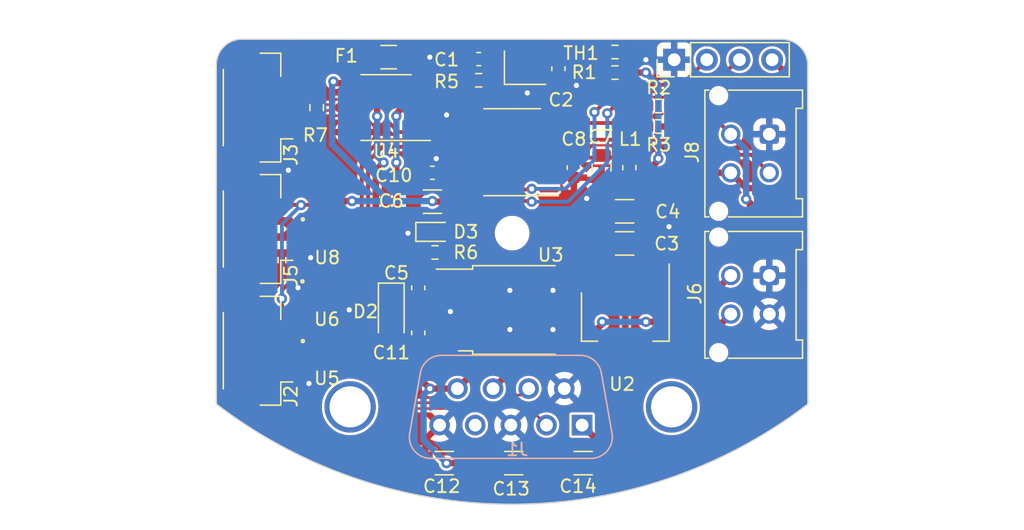
<source format=kicad_pcb>
(kicad_pcb (version 20221018) (generator pcbnew)
  (layers (0 "F.Cu" signal) (31 "B.Cu" power) (34 "B.Paste" user) (35 "F.Paste" user) (36 "B.SilkS" user "B.Silkscreen") (37 "F.SilkS" user "F.Silkscreen") (38 "B.Mask" user) (39 "F.Mask" user) (44 "Edge.Cuts" user))
  (net 0 "")
  (net 1 "GND")
  (net 2 "Net-(C1-Pad2)")
  (net 3 "OSC_OUT")
  (net 4 "+5V")
  (net 5 "+3V3")
  (net 6 "+BATT")
  (net 7 "VDDA")
  (net 8 "Net-(D2-A)")
  (net 9 "Net-(D3-A)")
  (net 10 "CAN+")
  (net 11 "DEPLOYMENT_SIGNAL")
  (net 12 "CAN-")
  (net 13 "+VDC")
  (net 14 "Net-(J2-Pin_3)")
  (net 15 "Net-(J3-Pin_4)")
  (net 16 "SWDIO")
  (net 17 "SWCLK")
  (net 18 "Net-(J5-Pin_3)")
  (net 20 "SERVO_FEEDBACK")
  (net 21 "OSC_IN")
  (net 25 "TEMPERATURE_SENSOR")
  (net 27 "PRESSURE_SENSOR_1")
  (net 28 "PRESSURE_SENSOR_2")
  (net 30 "CAN_RX")
  (net 31 "CAN_TX")
  (net 33 "Net-(U5-OUT)")
  (net 42 "Net-(J2-Pin_2)")
  (net 43 "Net-(J5-Pin_2)")
  (net 45 "DEPLOYMENT_PIN")
  (footprint "Connector_PinHeader_2.54mm:PinHeader_1x04_P2.54mm_Vertical" (layer "F.Cu") (at 92.6 83.2 90)
    (fp_text reference "J4" hide)
    (fp_text value "SWD Header")
  )
  (footprint "Resistor_SMD:R_0603_1608Metric" (layer "F.Cu") (at 88 82.6)
    (fp_text reference "TH1")
    (fp_text value "Thermistor_NTC")
  )
  (footprint "Capacitor_SMD:C_1206_3216Metric" (layer "F.Cu") (at 80.125 114.6)
    (fp_text reference "C13")
    (fp_text value "22u")
  )
  (footprint "Capacitor_SMD:C_0603_1608Metric" (layer "F.Cu") (at 84.8 91.6 90)
    (fp_text reference "C8")
    (fp_text value "100n")
  )
  (footprint "Capacitor_SMD:C_0603_1608Metric" (layer "F.Cu") (at 73.8 92)
    (fp_text reference "C10")
    (fp_text value "100n")
  )
  (footprint "Resistor_SMD:R_0603_1608Metric" (layer "F.Cu") (at 74 98.2)
    (fp_text reference "R6")
    (fp_text value "220")
  )
  (footprint "Resistor_SMD:R_0603_1608Metric" (layer "F.Cu") (at 91.4 86.8)
    (fp_text reference "R2")
    (fp_text value "1K8")
  )
  (footprint "Diode_SMD:D_SOD-123F" (layer "F.Cu") (at 70.6 102.8 -90)
    (fp_text reference "D2")
    (fp_text value "~")
  )
  (footprint "footprints2:WSON8_DSG_TEX" (layer "F.Cu") (at 65.626089 105.85)
    (fp_text reference "U5")
    (fp_text value "INA350ABSIDSGR")
  )
  (footprint "Capacitor_SMD:C_0603_1608Metric" (layer "F.Cu") (at 72.7 100.96 90)
    (fp_text reference "C5")
    (fp_text value "330n")
  )
  (footprint "LED_SMD:LED_0603_1608Metric" (layer "F.Cu") (at 74 96.6)
    (fp_text reference "D3")
    (fp_text value "red")
  )
  (footprint "Resistor_SMD:R_0603_1608Metric" (layer "F.Cu") (at 64.8 86.925 90)
    (fp_text reference "R7")
    (fp_text value "120, DNP")
  )
  (footprint "Oscillator:Oscillator_SMD_SeikoEpson_SG210-4Pin_2.5x2.0mm" (layer "F.Cu") (at 81 83.82)
    (fp_text reference "Y1" hide)
    (fp_text value "8M, ?p")
  )
  (footprint "Resistor_SMD:R_0603_1608Metric" (layer "F.Cu") (at 88 84.2)
    (fp_text reference "R1")
    (fp_text value "10K")
  )
  (footprint "Capacitor_SMD:C_0603_1608Metric" (layer "F.Cu") (at 83.6 83.9 90)
    (fp_text reference "C2")
    (fp_text value "22p")
  )
  (footprint "footprints2:WSON8_DSG_TEX" (layer "F.Cu") (at 65.6 101.2)
    (fp_text reference "U6")
    (fp_text value "INA350ABSIDSGR")
  )
  (footprint "MountingHole:MountingHole_2.2mm_M2" (layer "F.Cu") (at 80 96.7)
    (fp_text reference "H1" hide)
    (fp_text value "MountingHole_Pad")
  )
  (footprint "Connector_Molex:Molex_Micro-Fit_3.0_43045-0412_2x02_P3.00mm_Vertical" (layer "F.Cu") (at 100 100 -90)
    (fp_text reference "J6")
    (fp_text value "Micro-Fit")
  )
  (footprint "footprints2:WSON8_DSG_TEX" (layer "F.Cu") (at 65.626089 96.375)
    (fp_text reference "U8")
    (fp_text value "INA350ABSIDSGR")
  )
  (footprint "Fuse:Fuse_1206_3216Metric" (layer "F.Cu") (at 70.4 83)
    (fp_text reference "F1")
    (fp_text value "DNP")
  )
  (footprint "Capacitor_SMD:C_1206_3216Metric" (layer "F.Cu") (at 88.750189 97.5 180)
    (fp_text reference "C3")
    (fp_text value "10u")
  )
  (footprint "Capacitor_SMD:C_1206_3216Metric" (layer "F.Cu") (at 88.750189 95 180)
    (fp_text reference "C4")
    (fp_text value "22u")
  )
  (footprint "Capacitor_SMD:C_0603_1608Metric" (layer "F.Cu") (at 72.7 104.46 -90)
    (fp_text reference "C11")
    (fp_text value "100n")
  )
  (footprint "Inductor_SMD:L_0603_1608Metric" (layer "F.Cu") (at 89.114189 91.6 90)
    (fp_text reference "L1")
    (fp_text value "BEAD")
  )
  (footprint "Capacitor_SMD:C_0603_1608Metric" (layer "F.Cu") (at 77.4 83.15)
    (fp_text reference "C1")
    (fp_text value "22p")
  )
  (footprint "Package_TO_SOT_SMD:SOT-223-3_TabPin2" (layer "F.Cu") (at 88.8 103.2 -90)
    (fp_text reference "U2")
    (fp_text value "AZ1117I-3.3")
  )
  (footprint "Capacitor_SMD:C_1206_3216Metric" (layer "F.Cu") (at 73.8 94.250189)
    (fp_text reference "C6")
    (fp_text value "4u7")
  )
  (footprint "Connector_Molex:Molex_Micro-Fit_3.0_43045-0412_2x02_P3.00mm_Vertical" (layer "F.Cu") (at 100 89 -90)
    (fp_text reference "J8")
    (fp_text value "Micro-Fit")
  )
  (footprint "Connector_JST:JST_GH_BM04B-GHS-TBT_1x04-1MP_P1.25mm_Vertical" (layer "F.Cu") (at 60.15 105.85 90)
    (fp_text reference "J2")
    (fp_text value "JST-GH")
  )
  (footprint "Package_SO:TSSOP-20_4.4x6.5mm_P0.65mm" (layer "F.Cu") (at 80 90.4 180)
    (fp_text reference "U1" hide)
    (fp_text value "STM32F042F6P6TR")
  )
  (footprint "Package_SO:SOIC-8_3.9x4.9mm_P1.27mm" (layer "F.Cu") (at 70.2 86.925 180)
    (fp_text reference "U4")
    (fp_text value "MCP2562-E-SN")
  )
  (footprint "Resistor_SMD:R_0603_1608Metric" (layer "F.Cu") (at 77.4 84.8 180)
    (fp_text reference "R5")
    (fp_text value "330")
  )
  (footprint "Connector_JST:JST_GH_BM04B-GHS-TBT_1x04-1MP_P1.25mm_Vertical" (layer "F.Cu") (at 60.15 96.375 90)
    (fp_text reference "J5")
    (fp_text value "JST-GH")
  )
  (footprint "Capacitor_SMD:C_0805_2012Metric" (layer "F.Cu") (at 86.957094 91.6 90)
    (fp_text reference "C7")
    (fp_text value "1u")
  )
  (footprint "Package_TO_SOT_SMD:TO-252-2" (layer "F.Cu") (at 80.24 102.68)
    (fp_text reference "U3")
    (fp_text value "L7805")
  )
  (footprint "Capacitor_SMD:C_1206_3216Metric" (layer "F.Cu") (at 74.725 114.6)
    (fp_text reference "C12")
    (fp_text value "22u")
  )
  (footprint "Connector_JST:JST_GH_BM04B-GHS-TBT_1x04-1MP_P1.25mm_Vertical" (layer "F.Cu") (at 60.15 86.925 90)
    (fp_text reference "J3")
    (fp_text value "JST-GH")
  )
  (footprint "Resistor_SMD:R_0603_1608Metric" (layer "F.Cu") (at 91.4 88.4 180)
    (fp_text reference "R3")
    (fp_text value "1K")
  )
  (footprint "Capacitor_SMD:C_1206_3216Metric" (layer "F.Cu") (at 85.525 114.6 180)
    (fp_text reference "C14")
    (fp_text value "22u")
  )
  (footprint "Connector_Dsub:DSUB-9_Female_Vertical_P2.77x2.84mm_MountingHoles" (layer "B.Cu") (at 85.44 111.64)
    (fp_text reference "J1")
    (fp_text value "DE9_Plug")
  )
  (gr_arc (start 57 83.6) (mid 57.585786 82.185786) (end 59 81.6) (stroke (width 0.1)) (layer "Edge.Cuts"))
  (gr_line (start 59 81.6) (end 100.985786 81.614214) (stroke (width 0.1)) (layer "Edge.Cuts"))
  (gr_line (start 103 110) (end 102.985786 83.614214) (stroke (width 0.1)) (layer "Edge.Cuts"))
  (gr_line (start 57 110) (end 57 83.6) (stroke (width 0.1)) (layer "Edge.Cuts"))
  (gr_arc (start 103 110) (mid 80 117.802116) (end 57 110) (stroke (width 0.1)) (layer "Edge.Cuts"))
  (gr_arc (start 100.985786 81.614214) (mid 102.4 82.2) (end 102.985786 83.614214) (stroke (width 0.1)) (layer "Edge.Cuts"))
  (segment (start 65.0009 97.936609) (end 65.0009 97.5009) (width 0.25) (layer "F.Cu") (net 1))
  (segment (start 66.251278 106.9759) (end 65.0009 106.9759) (width 0.25) (layer "F.Cu") (net 1))
  (segment (start 67.259954 102.6) (end 67.329977 102.670023) (width 0.25) (layer "F.Cu") (net 1))
  (segment (start 92.6 83.2) (end 90.4 83.2) (width 0.5) (layer "F.Cu") (net 1))
  (segment (start 74.545 90.48) (end 74.125 90.9) (width 0.3) (layer "F.Cu") (net 1))
  (segment (start 77.1375 90.075) (end 75.632106 90.075) (width 0.3) (layer "F.Cu") (net 1))
  (segment (start 74.125 90.9) (end 74.1 90.9) (width 0.3) (layer "F.Cu") (net 1))
  (segment (start 75.227106 90.48) (end 74.545 90.48) (width 0.3) (layer "F.Cu") (net 1))
  (segment (start 81.85 85.118552) (end 81.182272 85.78628) (width 0.3) (layer "F.Cu") (net 1))
  (segment (start 65.248911 102.6) (end 65.951089 102.6) (width 0.25) (layer "F.Cu") (net 1))
  (segment (start 90.225189 95.2) (end 90.425189 95.2) (width 0.3) (layer "F.Cu") (net 1))
  (segment (start 64.330507 98.607002) (end 65.0009 97.936609) (width 0.25) (layer "F.Cu") (net 1))
  (segment (start 65.0009 106.9759) (end 65.0009 107.5991) (width 0.25) (layer "F.Cu") (net 1))
  (segment (start 65.0009 106.9759) (end 64.625189 106.600189) (width 0.25) (layer "F.Cu") (net 1))
  (segment (start 64.5991 100.949937) (end 63.349937 100.949937) (width 0.25) (layer "F.Cu") (net 1))
  (segment (start 66.251278 97.5009) (end 65.0009 97.5009) (width 0.25) (layer "F.Cu") (net 1))
  (segment (start 74.1 90.9) (end 74.1 90.925) (width 0.3) (layer "F.Cu") (net 1))
  (segment (start 65.951089 102.6) (end 67.259954 102.6) (width 0.25) (layer "F.Cu") (net 1))
  (segment (start 71.9 96.7) (end 73.1125 96.7) (width 0.5) (layer "F.Cu") (net 1))
  (segment (start 75.632106 90.075) (end 75.227106 90.48) (width 0.3) (layer "F.Cu") (net 1))
  (segment (start 88.825 82.6) (end 89.8 82.6) (width 0.5) (layer "F.Cu") (net 1))
  (segment (start 64.5991 101.950189) (end 65.248911 102.6) (width 0.25) (layer "F.Cu") (net 1))
  (segment (start 73.025 93.550189) (end 72.325 94.250189) (width 0.5) (layer "F.Cu") (net 1))
  (segment (start 65.0009 107.5991) (end 64.2 108.4) (width 0.25) (layer "F.Cu") (net 1))
  (segment (start 66.626989 106.600189) (end 66.251278 106.9759) (width 0.25) (layer "F.Cu") (net 1))
  (segment (start 66.626989 97.125189) (end 66.251278 97.5009) (width 0.25) (layer "F.Cu") (net 1))
  (segment (start 63.349937 100.949937) (end 63.348018 100.948018) (width 0.25) (layer "F.Cu") (net 1))
  (segment (start 65.0009 97.5009) (end 64.625189 97.125189) (width 0.25) (layer "F.Cu") (net 1))
  (segment (start 74.1 90.925) (end 73.025 92) (width 0.3) (layer "F.Cu") (net 1))
  (segment (start 74.84 87.56) (end 72.675 87.56) (width 0.3) (layer "F.Cu") (net 1))
  (segment (start 90.225189 97.7) (end 90.350189 97.7) (width 0.3) (layer "F.Cu") (net 1))
  (segment (start 73.025 92) (end 73.025 93.550189) (width 0.5) (layer "F.Cu") (net 1))
  (segment (start 73.1125 96.7) (end 73.2125 96.6) (width 0.5) (layer "F.Cu") (net 1))
  (segment (start 81.85 84.47) (end 81.85 85.118552) (width 0.3) (layer "F.Cu") (net 1))
  (segment (start 65.951089 102.6) (end 66.6009 101.950189) (width 0.25) (layer "F.Cu") (net 1))
  (segment (start 74.9 87.5) (end 74.84 87.56) (width 0.3) (layer "F.Cu") (net 1))
  (segment (start 89.8 82.6) (end 90.4 83.2) (width 0.5) (layer "F.Cu") (net 1))
  (via (at 67.329977 102.670023) (size 0.8) (drill 0.4) (layers "F.Cu" "B.Cu") (net 1))
  (via (at 74.9 87.5) (size 0.8) (drill 0.4) (layers "F.Cu" "B.Cu") (net 1))
  (via (at 92.2 96.2) (size 0.8) (drill 0.4) (layers "F.Cu" "B.Cu") (net 1))
  (via (at 73.6 83) (size 0.8) (drill 0.4) (layers "F.Cu" "B.Cu") (net 1))
  (via (at 79.825 104.205) (size 0.8) (drill 0.4) (layers "F.Cu" "B.Cu") (net 1))
  (via (at 75.2 102.8) (size 0.8) (drill 0.4) (layers "F.Cu" "B.Cu") (net 1))
  (via (at 62.6 91.8) (size 0.8) (drill 0.4) (layers "F.Cu" "B.Cu") (net 1))
  (via (at 83.175 101.155) (size 0.8) (drill 0.4) (layers "F.Cu" "B.Cu") (net 1))
  (via (at 63.348018 100.948018) (size 0.8) (drill 0.4) (layers "F.Cu" "B.Cu") (net 1))
  (via (at 74.1 90.9) (size 0.8) (drill 0.4) (layers "F.Cu" "B.Cu") (net 1))
  (via (at 81.182272 85.78628) (size 0.8) (drill 0.4) (layers "F.Cu" "B.Cu") (net 1))
  (via (at 90.4 83.2) (size 0.8) (drill 0.4) (layers "F.Cu" "B.Cu") (net 1))
  (via (at 85 85.2) (size 0.8) (drill 0.4) (layers "F.Cu" "B.Cu") (net 1))
  (via (at 71.9 96.7) (size 0.8) (drill 0.4) (layers "F.Cu" "B.Cu") (net 1))
  (via (at 83.175 104.205) (size 0.8) (drill 0.4) (layers "F.Cu" "B.Cu") (net 1))
  (via (at 85.8 94) (size 0.8) (drill 0.4) (layers "F.Cu" "B.Cu") (net 1))
  (via (at 79.825 101.155) (size 0.8) (drill 0.4) (layers "F.Cu" "B.Cu") (net 1))
  (via (at 64.330507 98.607002) (size 0.8) (drill 0.4) (layers "F.Cu" "B.Cu") (net 1))
  (via (at 64.2 108.4) (size 0.8) (drill 0.4) (layers "F.Cu" "B.Cu") (net 1))
  (segment (start 79.495 84.47) (end 78.175 83.15) (width 0.3) (layer "F.Cu") (net 2))
  (segment (start 78.175 83.15) (end 76.575 84.75) (width 0.3) (layer "F.Cu") (net 2))
  (segment (start 76.575 84.75) (end 76.575 84.8) (width 0.3) (layer "F.Cu") (net 2))
  (segment (start 80.15 84.47) (end 79.495 84.47) (width 0.3) (layer "F.Cu") (net 2))
  (segment (start 81.775 86.245) (end 82.75 85.27) (width 0.3) (layer "F.Cu") (net 3))
  (segment (start 81.85 83.17) (end 82.8 83.17) (width 0.3) (layer "F.Cu") (net 3))
  (segment (start 82.75 85.27) (end 82.75 83.22) (width 0.3) (layer "F.Cu") (net 3))
  (segment (start 82.138604 92.025) (end 81.775 91.661396) (width 0.3) (layer "F.Cu") (net 3))
  (segment (start 82.8 83.17) (end 83.555 83.17) (width 0.3) (layer "F.Cu") (net 3))
  (segment (start 81.775 91.661396) (end 81.775 86.245) (width 0.3) (layer "F.Cu") (net 3))
  (segment (start 82.75 83.22) (end 82.8 83.17) (width 0.3) (layer "F.Cu") (net 3))
  (segment (start 83.555 83.17) (end 83.6 83.125) (width 0.3) (layer "F.Cu") (net 3))
  (segment (start 82.8625 92.025) (end 82.138604 92.025) (width 0.3) (layer "F.Cu") (net 3))
  (segment (start 71.915 99.285) (end 75.8 99.285) (width 0.5) (layer "F.Cu") (net 4))
  (segment (start 70.6 101.4) (end 70.6 100.6) (width 0.5) (layer "F.Cu") (net 4))
  (segment (start 86.5 98.275189) (end 87.275189 97.5) (width 0.5) (layer "F.Cu") (net 4))
  (segment (start 71 87.4) (end 72.11 86.29) (width 0.5) (layer "F.Cu") (net 4))
  (segment (start 71 94.890138) (end 71.709862 95.6) (width 0.5) (layer "F.Cu") (net 4))
  (segment (start 86.5 100.05) (end 86.5 98.275189) (width 0.5) (layer "F.Cu") (net 4))
  (segment (start 71 91.2) (end 71 94.890138) (width 0.5) (layer "F.Cu") (net 4))
  (segment (start 75.8 99.285) (end 85.735 99.285) (width 0.5) (layer "F.Cu") (net 4))
  (segment (start 76 99.085) (end 75.8 99.285) (width 0.5) (layer "F.Cu") (net 4))
  (segment (start 76 96.195872) (end 76 99.085) (width 0.5) (layer "F.Cu") (net 4))
  (segment (start 70.6 100.6) (end 71.915 99.285) (width 0.5) (layer "F.Cu") (net 4))
  (segment (start 71.709862 95.6) (end 75.404128 95.6) (width 0.5) (layer "F.Cu") (net 4))
  (segment (start 75.404128 95.6) (end 76 96.195872) (width 0.5) (layer "F.Cu") (net 4))
  (segment (start 71 87.6) (end 71 87.4) (width 0.5) (layer "F.Cu") (net 4))
  (segment (start 72.11 86.29) (end 72.675 86.29) (width 0.5) (layer "F.Cu") (net 4))
  (segment (start 85.735 99.285) (end 86.5 100.05) (width 0.5) (layer "F.Cu") (net 4))
  (via (at 71 87.6) (size 0.8) (drill 0.4) (layers "F.Cu" "B.Cu") (net 4))
  (via (at 71 91.2) (size 0.8) (drill 0.4) (layers "F.Cu" "B.Cu") (net 4))
  (segment (start 71 87.6) (end 71 91.2) (width 0.5) (layer "B.Cu") (net 4))
  (segment (start 91.37 91.03) (end 90.4 92) (width 0.5) (layer "F.Cu") (net 5))
  (segment (start 62.1 101.8) (end 62.1 103.975) (width 0.3) (layer "F.Cu") (net 5))
  (segment (start 100.497057 93.2) (end 101.8 91.897057) (width 0.5) (layer "F.Cu") (net 5))
  (segment (start 66.22 85.02) (end 67.725 85.02) (width 0.5) (layer "F.Cu") (net 5))
  (segment (start 66.1 84.9) (end 66.22 85.02) (width 0.5) (layer "F.Cu") (net 5))
  (segment (start 76.124811 95.1) (end 87.175189 95.1) (width 0.5) (layer "F.Cu") (net 5))
  (segment (start 97 92) (end 98.2 93.2) (width 0.5) (layer "F.Cu") (net 5))
  (segment (start 67.159711 99.959711) (end 67.304099 100.104099) (width 0.3) (layer "F.Cu") (net 5))
  (segment (start 89.501689 92) (end 90.4 92) (width 0.5) (layer "F.Cu") (net 5))
  (segment (start 67.304099 100.104099) (end 67.304099 100.939911) (width 0.3) (layer "F.Cu") (net 5))
  (segment (start 88.8 96.524811) (end 87.275189 95) (width 0.5) (layer "F.Cu") (net 5))
  (segment (start 75.275 94.250189) (end 73.850189 94.250189) (width 0.5) (layer "F.Cu") (net 5))
  (segment (start 101.8 91.897057) (end 101.8 84.78) (width 0.5) (layer "F.Cu") (net 5))
  (segment (start 87.175189 95.1) (end 87.275189 95) (width 0.5) (layer "F.Cu") (net 5))
  (segment (start 88.8 96.524811) (end 88.8 92.701689) (width 0.5) (layer "F.Cu") (net 5))
  (segment (start 74.575 93.550189) (end 75.275 94.250189) (width 0.5) (layer "F.Cu") (net 5))
  (segment (start 67.330188 105.589911) (end 67.320162 105.599937) (width 0.3) (layer "F.Cu") (net 5))
  (segment (start 62.1 103.975) (end 66.695477 103.975) (width 0.3) (layer "F.Cu") (net 5))
  (segment (start 74.575 92) (end 74.575 93.550189) (width 0.5) (layer "F.Cu") (net 5))
  (segment (start 67.330188 104.609711) (end 67.330188 105.589911) (width 0.3) (layer "F.Cu") (net 5))
  (segment (start 89.114189 92.3875) (end 89.501689 92) (width 0.5) (layer "F.Cu") (net 5))
  (segment (start 73.850189 94.250189) (end 73.8 94.2) (width 0.5) (layer "F.Cu") (net 5))
  (segment (start 66.7 94.5) (end 66.695477 94.5) (width 0.5) (layer "F.Cu") (net 5))
  (segment (start 62.1 101.8) (end 62.1 101.135375) (width 0.3) (layer "F.Cu") (net 5))
  (segment (start 98.2 93.2) (end 100.497057 93.2) (width 0.5) (layer "F.Cu") (net 5))
  (segment (start 66.695477 103.975) (end 67.330188 104.609711) (width 0.3) (layer "F.Cu") (net 5))
  (segment (start 67.320162 96.124937) (end 66.626989 96.124937) (width 0.3) (layer "F.Cu") (net 5))
  (segment (start 77.1375 90.725) (end 75.85 90.725) (width 0.3) (layer "F.Cu") (net 5))
  (segment (start 101.8 84.78) (end 100.22 83.2) (width 0.5) (layer "F.Cu") (net 5))
  (segment (start 88.8 100.05) (end 88.8 106.35) (width 0.5) (layer "F.Cu") (net 5))
  (segment (start 67.294073 100.949937) (end 66.6009 100.949937) (width 0.3) (layer "F.Cu") (net 5))
  (segment (start 66.695477 94.5) (end 67.6 95.404523) (width 0.3) (layer "F.Cu") (net 5))
  (segment (start 63.275664 99.959711) (end 67.159711 99.959711) (width 0.3) (layer "F.Cu") (net 5))
  (segment (start 62.1 101.135375) (end 63.275664 99.959711) (width 0.3) (layer "F.Cu") (net 5))
  (segment (start 63.561014 94.5) (end 62.1 94.5) (width 0.3) (layer "F.Cu") (net 5))
  (segment (start 67.5505 94.2) (end 67 94.2) (width 0.5) (layer "F.Cu") (net 5))
  (segment (start 75.85 90.725) (end 74.575 92) (width 0.3) (layer "F.Cu") (net 5))
  (segment (start 90.4 92) (end 97 92) (width 0.5) (layer "F.Cu") (net 5))
  (segment (start 88.8 92.701689) (end 89.114189 92.3875) (width 0.5) (layer "F.Cu") (net 5))
  (segment (start 88.8 100.05) (end 88.8 96.524811) (width 0.5) (layer "F.Cu") (net 5))
  (segment (start 67.6 95.845099) (end 67.320162 96.124937) (width 0.3) (layer "F.Cu") (net 5))
  (segment (start 67.320162 105.599937) (end 66.626989 105.599937) (width 0.3) (layer "F.Cu") (net 5))
  (segment (start 90.4 84.2) (end 88.825 84.2) (width 0.5) (layer "F.Cu") (net 5))
  (segment (start 62.1 94.5) (end 66.695477 94.5) (width 0.3) (layer "F.Cu") (net 5))
  (segment (start 67 94.2) (end 66.7 94.5) (width 0.5) (layer "F.Cu") (net 5))
  (segment (start 75.275 94.250189) (end 76.124811 95.1) (width 0.5) (layer "F.Cu") (net 5))
  (segment (start 67.6 95.404523) (end 67.6 95.845099) (width 0.3) (layer "F.Cu") (net 5))
  (segment (start 63.580507 94.519493) (end 63.561014 94.5) (width 0.3) (layer "F.Cu") (net 5))
  (segment (start 91.37 90.89) (end 91.37 91.03) (width 0.5) (layer "F.Cu") (net 5))
  (segment (start 67.304099 100.939911) (end 67.294073 100.949937) (width 0.3) (layer "F.Cu") (net 5))
  (via (at 63.580507 94.519493) (size 0.8) (drill 0.4) (layers "F.Cu" "B.Cu") (net 5))
  (via (at 62.1 101.8) (size 0.8) (drill 0.4) (layers "F.Cu" "B.Cu") (net 5))
  (via (at 73.8 94.2) (size 0.8) (drill 0.4) (layers "F.Cu" "B.Cu") (net 5))
  (via (at 67.5505 94.2) (size 0.8) (drill 0.4) (layers "F.Cu" "B.Cu") (net 5))
  (via (at 90.4 84.2) (size 0.8) (drill 0.4) (layers "F.Cu" "B.Cu") (net 5))
  (via (at 91.37 90.89) (size 0.8) (drill 0.4) (layers "F.Cu" "B.Cu") (net 5))
  (via (at 66.1 84.9) (size 0.8) (drill 0.4) (layers "F.Cu" "B.Cu") (net 5))
  (segment (start 91.37 85.17) (end 90.4 84.2) (width 0.5) (layer "B.Cu") (net 5))
  (segment (start 66 85) (end 66 89.8) (width 0.5) (layer "B.Cu") (net 5))
  (segment (start 62.1 96) (end 63.580507 94.519493) (width 0.3) (layer "B.Cu") (net 5))
  (segment (start 66.1 84.9) (end 66 85) (width 0.5) (layer "B.Cu") (net 5))
  (segment (start 70.4 94.2) (end 67.5505 94.2) (width 0.5) (layer "B.Cu") (net 5))
  (segment (start 91.37 90.89) (end 91.37 85.17) (width 0.5) (layer "B.Cu") (net 5))
  (segment (start 62.1 101.8) (end 62.1 96) (width 0.3) (layer "B.Cu") (net 5))
  (segment (start 73.8 94.2) (end 70.4 94.2) (width 0.5) (layer "B.Cu") (net 5))
  (segment (start 66 89.8) (end 70.4 94.2) (width 0.5) (layer "B.Cu") (net 5))
  (segment (start 75.745 108.8) (end 78.345 106.2) (width 0.5) (layer "F.Cu") (net 6))
  (segment (start 84.569951 106.2) (end 87 103.769951) (width 0.5) (layer "F.Cu") (net 6))
  (segment (start 68.4 101.399644) (end 68.4 103.6) (width 0.5) (layer "F.Cu") (net 6))
  (segment (start 69.5 85.3) (end 71.8 83) (width 0.5) (layer "F.Cu") (net 6))
  (segment (start 76.2 114.6) (end 77.55 115.95) (width 0.5) (layer "F.Cu") (net 6))
  (segment (start 77.2 107.345) (end 77.2 102.4) (width 0.5) (layer "F.Cu") (net 6))
  (segment (start 68.404099 101.395545) (end 68.4 101.399644) (width 0.5) (layer "F.Cu") (net 6))
  (segment (start 77.2 102.4) (end 75.2 100.4) (width 0.5) (layer "F.Cu") (net 6))
  (segment (start 90.4 103.6) (end 93.4 103.6) (width 0.5) (layer "F.Cu") (net 6))
  (segment (start 77.55 115.95) (end 80.25 115.95) (width 0.5) (layer "F.Cu") (net 6))
  (segment (start 80.25 115.95) (end 81.6 114.6) (width 0.5) (layer "F.Cu") (net 6))
  (segment (start 69.4 91.8) (end 69.4 96.307841) (width 0.5) (layer "F.Cu") (net 6))
  (segment (start 87 103.769951) (end 87 103.6) (width 0.5) (layer "F.Cu") (net 6))
  (segment (start 73.6 108.8) (end 75.745 108.8) (width 0.5) (layer "F.Cu") (net 6))
  (segment (start 69.5 87.6) (end 69.5 85.3) (width 0.5) (layer "F.Cu") (net 6))
  (segment (start 72.7 100.185) (end 74.985 100.185) (width 0.5) (layer "F.Cu") (net 6))
  (segment (start 81.6 114.6) (end 84.05 114.6) (width 0.5) (layer "F.Cu") (net 6))
  (segment (start 69.4 96.307841) (end 68.404099 97.303742) (width 0.5) (layer "F.Cu") (net 6))
  (segment (start 78.345 106.2) (end 84.569951 106.2) (width 0.5) (layer "F.Cu") (net 6))
  (segment (start 76.2 114.6) (end 74.9 114.6) (width 0.5) (layer "F.Cu") (net 6))
  (segment (start 75.745 108.8) (end 77.2 107.345) (width 0.5) (layer "F.Cu") (net 6))
  (segment (start 68.404099 97.303742) (end 68.404099 101.395545) (width 0.5) (layer "F.Cu") (net 6))
  (segment (start 70 91.2) (end 69.4 91.8) (width 0.5) (layer "F.Cu") (net 6))
  (segment (start 74.985 100.185) (end 75.2 100.4) (width 0.5) (layer "F.Cu") (net 6))
  (segment (start 68.4 103.6) (end 73.6 108.8) (width 0.5) (layer "F.Cu") (net 6))
  (segment (start 93.4 103.6) (end 97 100) (width 0.5) (layer "F.Cu") (net 6))
  (via (at 70 91.2) (size 0.8) (drill 0.4) (layers "F.Cu" "B.Cu") (net 6))
  (via (at 69.5 87.6) (size 0.8) (drill 0.4) (layers "F.Cu" "B.Cu") (net 6))
  (via (at 74.9 114.6) (size 0.8) (drill 0.4) (layers "F.Cu" "B.Cu") (net 6))
  (via (at 73.6 108.8) (size 0.8) (drill 0.4) (layers "F.Cu" "B.Cu") (net 6))
  (via (at 90.4 103.6) (size 0.8) (drill 0.4) (layers "F.Cu" "B.Cu") (net 6))
  (via (at 87 103.6) (size 0.8) (drill 0.4) (layers "F.Cu" "B.Cu") (net 6))
  (segment (start 69.5 87.6) (end 69.5 90.7) (width 0.5) (layer "B.Cu") (net 6))
  (segment (start 73.11 112.81) (end 73.11 109.29) (width 0.5) (layer "B.Cu") (net 6))
  (segment (start 74.9 114.6) (end 73.11 112.81) (width 0.5) (layer "B.Cu") (net 6))
  (segment (start 69.5 90.7) (end 70 91.2) (width 0.5) (layer "B.Cu") (net 6))
  (segment (start 73.11 109.29) (end 73.6 108.8) (width 0.5) (layer "B.Cu") (net 6))
  (segment (start 87 103.6) (end 90.4 103.6) (width 0.5) (layer "B.Cu") (net 6))
  (segment (start 87.119594 90.8125) (end 86.957094 90.65) (width 0.3) (layer "F.Cu") (net 7))
  (segment (start 89.114189 90.8125) (end 87.119594 90.8125) (width 0.3) (layer "F.Cu") (net 7))
  (segment (start 86.782094 90.825) (end 86.957094 90.65) (width 0.3) (layer "F.Cu") (net 7))
  (segment (start 84.7 90.725) (end 84.8 90.825) (width 0.3) (layer "F.Cu") (net 7))
  (segment (start 84.8 90.825) (end 86.782094 90.825) (width 0.3) (layer "F.Cu") (net 7))
  (segment (start 82.8625 90.725) (end 84.7 90.725) (width 0.3) (layer "F.Cu") (net 7))
  (segment (start 75.2 104.96) (end 75.199999 104.96) (width 0.5) (layer "F.Cu") (net 8))
  (segment (start 72.01005 98.2) (end 69.6 100.61005) (width 0.5) (layer "F.Cu") (net 8))
  (segment (start 72.7 105.235) (end 74.925 105.235) (width 0.5) (layer "F.Cu") (net 8))
  (segment (start 69.6 100.61005) (end 69.6 103.2) (width 0.5) (layer "F.Cu") (net 8))
  (segment (start 74.925 105.235) (end 75.2 104.96) (width 0.5) (layer "F.Cu") (net 8))
  (segment (start 73.175 98.2) (end 72.01005 98.2) (width 0.5) (layer "F.Cu") (net 8))
  (segment (start 71.6 105.2) (end 72.665 105.2) (width 0.5) (layer "F.Cu") (net 8))
  (segment (start 75.199999 104.96) (end 75.185994 104.974005) (width 0.5) (layer "F.Cu") (net 8))
  (segment (start 72.665 105.2) (end 72.7 105.235) (width 0.5) (layer "F.Cu") (net 8))
  (segment (start 70.6 104.2) (end 71.6 105.2) (width 0.5) (layer "F.Cu") (net 8))
  (segment (start 69.6 103.2) (end 70.6 104.2) (width 0.5) (layer "F.Cu") (net 8))
  (segment (start 74.7875 98.1625) (end 74.825 98.2) (width 0.5) (layer "F.Cu") (net 9))
  (segment (start 74.7875 96.6) (end 74.7875 98.1625) (width 0.5) (layer "F.Cu") (net 9))
  (segment (start 65.475 87.15) (end 65.852499 87.15) (width 0.2) (layer "F.Cu") (net 10))
  (segment (start 68.352692 112.52) (end 66.447308 112.52) (width 0.2) (layer "F.Cu") (net 10))
  (segment (start 64.875 87.75) (end 65.475 87.15) (width 0.2) (layer "F.Cu") (net 10))
  (segment (start 64.087499 87.75) (end 64.8 87.75) (width 0.2) (layer "F.Cu") (net 10))
  (segment (start 62.1 87.55) (end 62.65 87.55) (width 0.2) (layer "F.Cu") (net 10))
  (segment (start 66.447308 112.52) (end 63.229807 109.302499) (width 0.2) (layer "F.Cu") (net 10))
  (segment (start 61.320699 109.302499) (end 60.925 108.9068) (width 0.2) (layer "F.Cu") (net 10))
  (segment (start 61.486397 87.55) (end 62.1 87.55) (width 0.2) (layer "F.Cu") (net 10))
  (segment (start 63.05 87.15) (end 63.487499 87.15) (width 0.2) (layer "F.Cu") (net 10))
  (segment (start 81.285 108.8) (end 80.782501 109.302499) (width 0.2) (layer "F.Cu") (net 10))
  (segment (start 62.65 87.55) (end 63.05 87.15) (width 0.2) (layer "F.Cu") (net 10))
  (segment (start 78.970635 109.9) (end 70.972692 109.9) (width 0.2) (layer "F.Cu") (net 10))
  (segment (start 60.925 108.9068) (end 60.925 88.111397) (width 0.2) (layer "F.Cu") (net 10))
  (segment (start 80.782501 109.302499) (end 79.568136 109.302499) (width 0.2) (layer "F.Cu") (net 10))
  (segment (start 60.925 88.111397) (end 61.486397 87.55) (width 0.2) (layer "F.Cu") (net 10))
  (segment (start 63.487499 87.15) (end 64.087499 87.75) (width 0.2) (layer "F.Cu") (net 10))
  (segment (start 79.568136 109.302499) (end 78.970635 109.9) (width 0.2) (layer "F.Cu") (net 10))
  (segment (start 64.8 87.75) (end 64.875 87.75) (width 0.2) (layer "F.Cu") (net 10))
  (segment (start 66.262499 87.56) (end 67.725 87.56) (width 0.2) (layer "F.Cu") (net 10))
  (segment (start 63.229807 109.302499) (end 61.320699 109.302499) (width 0.2) (layer "F.Cu") (net 10))
  (segment (start 70.972692 109.9) (end 68.352692 112.52) (width 0.2) (layer "F.Cu") (net 10))
  (segment (start 65.852499 87.15) (end 66.262499 87.56) (width 0.2) (layer "F.Cu") (net 10))
  (segment (start 93.414824 112.67) (end 86.47 112.67) (width 0.5) (layer "F.Cu") (net 11))
  (segment (start 94.8 86.8) (end 97 89) (width 0.3) (layer "F.Cu") (net 11))
  (segment (start 92.225 86.8) (end 94.8 86.8) (width 0.3) (layer "F.Cu") (net 11))
  (segment (start 86.47 112.67) (end 85.44 111.64) (width 0.5) (layer "F.Cu") (net 11))
  (segment (start 98.2 94.0495) (end 98.5 94.3495) (width 0.5) (layer "F.Cu") (net 11))
  (segment (start 98.5 107.584824) (end 93.414824 112.67) (width 0.5) (layer "F.Cu") (net 11))
  (segment (start 98.5 94.3495) (end 98.5 107.584824) (width 0.5) (layer "F.Cu") (net 11))
  (via (at 98.2 94.0495) (size 0.8) (drill 0.4) (layers "F.Cu" "B.Cu") (net 11))
  (segment (start 97 89) (end 98.2 90.2) (width 0.5) (layer "B.Cu") (net 11))
  (segment (start 98.2 90.2) (end 98.2 94.0495) (width 0.5) (layer "B.Cu") (net 11))
  (segment (start 63.05 86.7) (end 63.487499 86.7) (width 0.2) (layer "F.Cu") (net 12))
  (segment (start 82.67 111.64) (end 80.93 109.9) (width 0.2) (layer "F.Cu") (net 12))
  (segment (start 63.043441 109.752501) (end 61.134301 109.752501) (width 0.2) (layer "F.Cu") (net 12))
  (segment (start 64.8 86.1) (end 64.875 86.1) (width 0.2) (layer "F.Cu") (net 12))
  (segment (start 71.15908 110.34998) (end 68.53908 112.96998) (width 0.2) (layer "F.Cu") (net 12))
  (segment (start 60.95 87.213604) (end 61.213604 86.95) (width 0.2) (layer "F.Cu") (net 12))
  (segment (start 68.53908 112.96998) (end 66.26092 112.96998) (width 0.2) (layer "F.Cu") (net 12))
  (segment (start 63.487499 86.7) (end 64.087499 86.1) (width 0.2) (layer "F.Cu") (net 12))
  (segment (start 62.1 86.3) (end 62.65 86.3) (width 0.2) (layer "F.Cu") (net 12))
  (segment (start 61.213604 86.95) (end 61.45 86.95) (width 0.2) (layer "F.Cu") (net 12))
  (segment (start 60.475 87.925) (end 60.95 87.45) (width 0.2) (layer "F.Cu") (net 12))
  (segment (start 65.852499 86.7) (end 66.262499 86.29) (width 0.2) (layer "F.Cu") (net 12))
  (segment (start 62.65 86.3) (end 63.05 86.7) (width 0.2) (layer "F.Cu") (net 12))
  (segment (start 60.95 87.45) (end 60.95 87.213604) (width 0.2) (layer "F.Cu") (net 12))
  (segment (start 66.262499 86.29) (end 67.725 86.29) (width 0.2) (layer "F.Cu") (net 12))
  (segment (start 66.26092 112.96998) (end 63.043441 109.752501) (width 0.2) (layer "F.Cu") (net 12))
  (segment (start 64.875 86.1) (end 65.475 86.7) (width 0.2) (layer "F.Cu") (net 12))
  (segment (start 79.607003 109.9) (end 79.157023 110.34998) (width 0.2) (layer "F.Cu") (net 12))
  (segment (start 80.93 109.9) (end 79.607003 109.9) (width 0.2) (layer "F.Cu") (net 12))
  (segment (start 61.45 86.95) (end 62.1 86.3) (width 0.2) (layer "F.Cu") (net 12))
  (segment (start 64.087499 86.1) (end 64.8 86.1) (width 0.2) (layer "F.Cu") (net 12))
  (segment (start 79.157023 110.34998) (end 71.15908 110.34998) (width 0.2) (layer "F.Cu") (net 12))
  (segment (start 65.475 86.7) (end 65.852499 86.7) (width 0.2) (layer "F.Cu") (net 12))
  (segment (start 61.134301 109.752501) (end 60.475 109.0932) (width 0.2) (layer "F.Cu") (net 12))
  (segment (start 60.475 109.0932) (end 60.475 87.925) (width 0.2) (layer "F.Cu") (net 12))
  (segment (start 91.355176 107.8) (end 91.385176 107.77) (width 0.5) (layer "F.Cu") (net 13))
  (segment (start 78.515 108.8) (end 80.115 107.2) (width 0.5) (layer "F.Cu") (net 13))
  (segment (start 86.45 107.8) (end 91.355176 107.8) (width 0.5) (layer "F.Cu") (net 13))
  (segment (start 85.85 107.2) (end 86.45 107.8) (width 0.5) (layer "F.Cu") (net 13))
  (segment (start 80.115 107.2) (end 85.85 107.2) (width 0.5) (layer "F.Cu") (net 13))
  (segment (start 91.385176 107.77) (end 92.23 107.77) (width 0.5) (layer "F.Cu") (net 13))
  (segment (start 92.23 107.77) (end 97 103) (width 0.5) (layer "F.Cu") (net 13))
  (segment (start 62.474937 105.599937) (end 64.625189 105.599937) (width 0.3) (layer "F.Cu") (net 14))
  (segment (start 62.1 105.225) (end 62.474937 105.599937) (width 0.3) (layer "F.Cu") (net 14))
  (segment (start 64.15 83) (end 62.1 85.05) (width 0.5) (layer "F.Cu") (net 15))
  (segment (start 69 83) (end 64.15 83) (width 0.5) (layer "F.Cu") (net 15))
  (segment (start 88.55 85.15) (end 93.19 85.15) (width 0.3) (layer "F.Cu") (net 16))
  (segment (start 81.5255 93.250997) (end 81.476497 93.3) (width 0.3) (layer "F.Cu") (net 16))
  (segment (start 93.19 85.15) (end 95.14 83.2) (width 0.3) (layer "F.Cu") (net 16))
  (segment (start 78.486396 93.3) (end 77.861396 92.675) (width 0.3) (layer "F.Cu") (net 16))
  (segment (start 86.40492 87.28159) (end 86.41841 87.28159) (width 0.3) (layer "F.Cu") (net 16))
  (segment (start 77.861396 92.675) (end 77.1375 92.675) (width 0.3) (layer "F.Cu") (net 16))
  (segment (start 81.476497 93.3) (end 78.486396 93.3) (width 0.3) (layer "F.Cu") (net 16))
  (segment (start 86.41841 87.28159) (end 88.55 85.15) (width 0.3) (layer "F.Cu") (net 16))
  (via (at 86.40492 87.28159) (size 0.8) (drill 0.4) (layers "F.Cu" "B.Cu") (net 16))
  (via (at 81.5255 93.250997) (size 0.8) (drill 0.4) (layers "F.Cu" "B.Cu") (net 16))
  (segment (start 86.40492 87.28159) (end 86.4 87.28651) (width 0.3) (layer "B.Cu") (net 16))
  (segment (start 86.4 87.28651) (end 86.4 90.992894) (width 0.3) (layer "B.Cu") (net 16))
  (segment (start 86.4 90.992894) (end 84.141897 93.250997) (width 0.3) (layer "B.Cu") (net 16))
  (segment (start 84.141897 93.250997) (end 81.5255 93.250997) (width 0.3) (layer "B.Cu") (net 16))
  (segment (start 78.0125 94.2) (end 77.1375 93.325) (width 0.3) (layer "F.Cu") (net 17))
  (segment (start 81.475 94.2) (end 78.0125 94.2) (width 0.3) (layer "F.Cu") (net 17))
  (segment (start 95.137208 85.65) (end 97.587208 83.2) (width 0.3) (layer "F.Cu") (net 17))
  (segment (start 89.1255 85.65) (end 95.137208 85.65) (width 0.3) (layer "F.Cu") (net 17))
  (segment (start 97.587208 83.2) (end 97.68 83.2) (width 0.3) (layer "F.Cu") (net 17))
  (segment (start 87.4 87.3755) (end 89.1255 85.65) (width 0.3) (layer "F.Cu") (net 17))
  (segment (start 81.5255 94.2505) (end 81.475 94.2) (width 0.3) (layer "F.Cu") (net 17))
  (via (at 87.4 87.3755) (size 0.8) (drill 0.4) (layers "F.Cu" "B.Cu") (net 17))
  (via (at 81.5255 94.2505) (size 0.8) (drill 0.4) (layers "F.Cu" "B.Cu") (net 17))
  (segment (start 81.5255 94.2505) (end 84.3495 94.2505) (width 0.3) (layer "B.Cu") (net 17))
  (segment (start 87.4 91.2) (end 87.4 87.3755) (width 0.3) (layer "B.Cu") (net 17))
  (segment (start 84.3495 94.2505) (end 87.4 91.2) (width 0.3) (layer "B.Cu") (net 17))
  (segment (start 62.474937 96.124937) (end 64.625189 96.124937) (width 0.3) (layer "F.Cu") (net 18))
  (segment (start 62.1 95.75) (end 62.474937 96.124937) (width 0.3) (layer "F.Cu") (net 18))
  (segment (start 95.825 89.425) (end 97 90.6) (width 0.3) (layer "F.Cu") (net 20))
  (segment (start 98.6 90.6) (end 100 92) (width 0.3) (layer "F.Cu") (net 20))
  (segment (start 97 90.6) (end 98.6 90.6) (width 0.3) (layer "F.Cu") (net 20))
  (segment (start 82.8625 89.425) (end 95.825 89.425) (width 0.3) (layer "F.Cu") (net 20))
  (segment (start 80.7 91.368198) (end 82.006802 92.675) (width 0.3) (layer "F.Cu") (net 21))
  (segment (start 78.225 84.8) (end 78.525 84.8) (width 0.3) (layer "F.Cu") (net 21))
  (segment (start 78.525 84.8) (end 80.7 86.975) (width 0.3) (layer "F.Cu") (net 21))
  (segment (start 82.006802 92.675) (end 82.8625 92.675) (width 0.3) (layer "F.Cu") (net 21))
  (segment (start 80.7 86.975) (end 80.7 91.368198) (width 0.3) (layer "F.Cu") (net 21))
  (segment (start 87.175 84.2) (end 87.175 82.6) (width 0.3) (layer "F.Cu") (net 25))
  (segment (start 82.8625 87.475) (end 83.9 87.475) (width 0.3) (layer "F.Cu") (net 25))
  (segment (start 83.9 87.475) (end 87.175 84.2) (width 0.3) (layer "F.Cu") (net 25))
  (segment (start 66.6009 101.450063) (end 67.501053 101.450063) (width 0.3) (layer "F.Cu") (net 27))
  (segment (start 68.8 91.107106) (end 69.927106 89.98) (width 0.3) (layer "F.Cu") (net 27))
  (segment (start 67.501053 101.450063) (end 67.804099 101.147017) (width 0.3) (layer "F.Cu") (net 27))
  (segment (start 67.804099 97.055214) (end 68.8 96.059313) (width 0.3) (layer "F.Cu") (net 27))
  (segment (start 67.804099 101.147017) (end 67.804099 97.055214) (width 0.3) (layer "F.Cu") (net 27))
  (segment (start 69.927106 89.98) (end 75.02 89.98) (width 0.3) (layer "F.Cu") (net 27))
  (segment (start 68.8 96.059313) (end 68.8 91.107106) (width 0.3) (layer "F.Cu") (net 27))
  (segment (start 75.02 89.98) (end 76.225 88.775) (width 0.3) (layer "F.Cu") (net 27))
  (segment (start 76.225 88.775) (end 77.1375 88.775) (width 0.3) (layer "F.Cu") (net 27))
  (segment (start 68.3 95.852206) (end 68.3 90.899999) (width 0.3) (layer "F.Cu") (net 28))
  (segment (start 66.626989 96.625063) (end 67.527143 96.625063) (width 0.3) (layer "F.Cu") (net 28))
  (segment (start 67.527143 96.625063) (end 68.3 95.852206) (width 0.3) (layer "F.Cu") (net 28))
  (segment (start 76.167894 88.125) (end 77.1375 88.125) (width 0.3) (layer "F.Cu") (net 28))
  (segment (start 69.72 89.48) (end 74.812894 89.48) (width 0.3) (layer "F.Cu") (net 28))
  (segment (start 68.3 90.899999) (end 69.72 89.48) (width 0.3) (layer "F.Cu") (net 28))
  (segment (start 74.812894 89.48) (end 76.167894 88.125) (width 0.3) (layer "F.Cu") (net 28))
  (segment (start 78.025 91.375) (end 77.1375 91.375) (width 0.3) (layer "F.Cu") (net 30))
  (segment (start 72.675 85.02) (end 74.32 85.02) (width 0.3) (layer "F.Cu") (net 30))
  (segment (start 78.9 87.863604) (end 78.9 90.5) (width 0.3) (layer "F.Cu") (net 30))
  (segment (start 77.536396 86.5) (end 78.9 87.863604) (width 0.3) (layer "F.Cu") (net 30))
  (segment (start 74.32 85.02) (end 75.8 86.5) (width 0.3) (layer "F.Cu") (net 30))
  (segment (start 75.8 86.5) (end 77.536396 86.5) (width 0.3) (layer "F.Cu") (net 30))
  (segment (start 78.9 90.5) (end 78.025 91.375) (width 0.3) (layer "F.Cu") (net 30))
  (segment (start 79.4 87.656498) (end 79.4 90.9) (width 0.3) (layer "F.Cu") (net 31))
  (segment (start 78.275 92.025) (end 77.1375 92.025) (width 0.3) (layer "F.Cu") (net 31))
  (segment (start 74.377106 84.37) (end 76.007106 86) (width 0.3) (layer "F.Cu") (net 31))
  (segment (start 70.25 87.910661) (end 70.25 85.762893) (width 0.3) (layer "F.Cu") (net 31))
  (segment (start 71.642893 84.37) (end 74.377106 84.37) (width 0.3) (layer "F.Cu") (net 31))
  (segment (start 79.4 90.9) (end 78.275 92.025) (width 0.3) (layer "F.Cu") (net 31))
  (segment (start 77.743502 86) (end 79.4 87.656498) (width 0.3) (layer "F.Cu") (net 31))
  (segment (start 70.25 85.762893) (end 71.642893 84.37) (width 0.3) (layer "F.Cu") (net 31))
  (segment (start 76.007106 86) (end 77.743502 86) (width 0.3) (layer "F.Cu") (net 31))
  (segment (start 71.169339 88.83) (end 70.25 87.910661) (width 0.3) (layer "F.Cu") (net 31))
  (segment (start 72.675 88.83) (end 71.169339 88.83) (width 0.3) (layer "F.Cu") (net 31))
  (segment (start 63.6 101.75599) (end 63.905927 101.450063) (width 0.3) (layer "F.Cu") (net 33))
  (segment (start 68 105.627205) (end 68 104.4) (width 0.3) (layer "F.Cu") (net 33))
  (segment (start 66.626989 106.100063) (end 67.527142 106.100063) (width 0.3) (layer "F.Cu") (net 33))
  (segment (start 64.2 103.2) (end 63.6 102.6) (width 0.3) (layer "F.Cu") (net 33))
  (segment (start 66.8 103.2) (end 64.2 103.2) (width 0.3) (layer "F.Cu") (net 33))
  (segment (start 67.527142 106.100063) (end 68 105.627205) (width 0.3) (layer "F.Cu") (net 33))
  (segment (start 63.905927 101.450063) (end 64.5991 101.450063) (width 0.3) (layer "F.Cu") (net 33))
  (segment (start 68 104.4) (end 66.8 103.2) (width 0.3) (layer "F.Cu") (net 33))
  (segment (start 63.6 102.6) (end 63.6 101.75599) (width 0.3) (layer "F.Cu") (net 33))
  (segment (start 62.474937 106.100063) (end 64.625189 106.100063) (width 0.3) (layer "F.Cu") (net 42))
  (segment (start 62.1 106.475) (end 62.474937 106.100063) (width 0.3) (layer "F.Cu") (net 42))
  (segment (start 62.474937 96.625063) (end 64.625189 96.625063) (width 0.3) (layer "F.Cu") (net 43))
  (segment (start 62.1 97) (end 62.474937 96.625063) (width 0.3) (layer "F.Cu") (net 43))
  (segment (start 90.575 88.4) (end 90.3 88.125) (width 0.3) (layer "F.Cu") (net 45))
  (segment (start 90.3 88.125) (end 82.8625 88.125) (width 0.3) (layer "F.Cu") (net 45))
  (segment (start 90.575 86.8) (end 90.575 88.4) (width 0.3) (layer "F.Cu") (net 45))
  (zone (net 0) (net_name "") (layer "F.Cu") (connect_pads (clearance 0)) (min_thickness 0.1)
    (keepout (tracks allowed) (vias allowed) (pads allowed) (copperpour not_allowed) (footprints allowed))
    (fill (thermal_gap 0.5) (thermal_bridge_width 0.5))
    (polygon (pts (xy 67.4 101.8) (xy 67.4 102.6) (xy 63.8 102.6) (xy 63.8 101.8)))
  )
  (zone (net 0) (net_name "") (layer "F.Cu") (connect_pads (clearance 0)) (min_thickness 0.1)
    (keepout (tracks allowed) (vias allowed) (pads allowed) (copperpour not_allowed) (footprints allowed))
    (fill (thermal_gap 0.5) (thermal_bridge_width 0.5))
    (polygon (pts (xy 67.4 97) (xy 67.4 97.8) (xy 63.8 97.8) (xy 63.8 97)))
  )
  (zone (net 0) (net_name "") (layer "F.Cu") (connect_pads (clearance 0)) (min_thickness 0.1)
    (keepout (tracks allowed) (vias allowed) (pads allowed) (copperpour not_allowed) (footprints allowed))
    (fill (thermal_gap 0.5) (thermal_bridge_width 0.5))
    (polygon (pts (xy 67.4 106.4) (xy 67.4 107.2) (xy 63.8 107.2) (xy 63.8 106.4)))
  )
  (zone (net 1) (net_name "GND") (layers "F&B.Cu") (priority 1) (connect_pads (clearance 0.2)) (min_thickness 0.1) (fill yes (thermal_gap 0.5) (thermal_bridge_width 0.5))
    (polygon (pts (xy 103.8 81) (xy 103.9 118.35) (xy 56.4 118.2) (xy 56.4 80.95)))
  )
)
</source>
